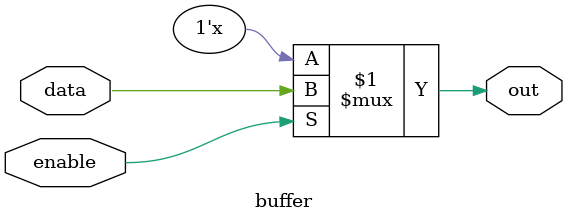
<source format=v>
module 	tercera_prueba
(
    input    data1,data2,
    input		enable,
    output		out
    // Outputs
) ;


buffer 	b1(data1,enable, out);
buffer 	b2(data2,~enable, out);


endmodule


module 	buffer(data,  enable, out);
input		data;
input		enable;
output	 	out;

wire		out;

assign	#1 out = (enable) ? data : 1'bz;

endmodule 
// instanciar buffer


</source>
